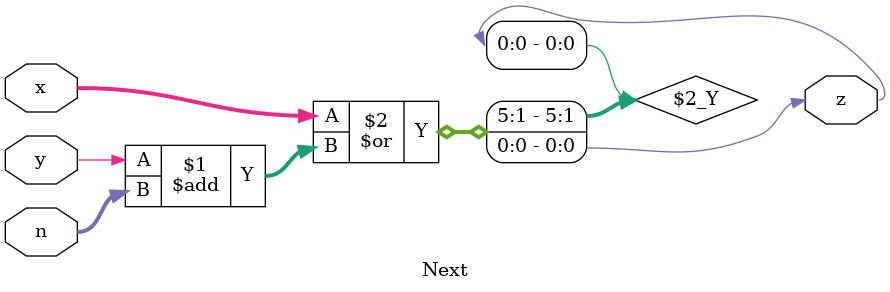
<source format=v>
module Next(
	input[5:0] x,
	input y,
	input [5:0]n,
	output z
);
	assign z = x | y + n;
	
endmodule

</source>
